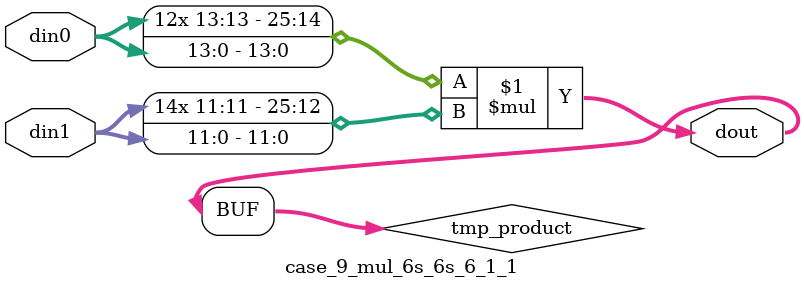
<source format=v>

`timescale 1 ns / 1 ps

 module case_9_mul_6s_6s_6_1_1(din0, din1, dout);
parameter ID = 1;
parameter NUM_STAGE = 0;
parameter din0_WIDTH = 14;
parameter din1_WIDTH = 12;
parameter dout_WIDTH = 26;

input [din0_WIDTH - 1 : 0] din0; 
input [din1_WIDTH - 1 : 0] din1; 
output [dout_WIDTH - 1 : 0] dout;

wire signed [dout_WIDTH - 1 : 0] tmp_product;



























assign tmp_product = $signed(din0) * $signed(din1);








assign dout = tmp_product;





















endmodule

</source>
